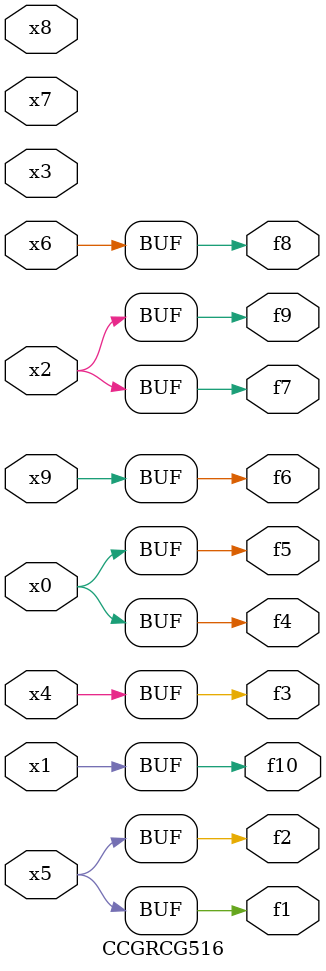
<source format=v>
module CCGRCG516(
	input x0, x1, x2, x3, x4, x5, x6, x7, x8, x9,
	output f1, f2, f3, f4, f5, f6, f7, f8, f9, f10
);
	assign f1 = x5;
	assign f2 = x5;
	assign f3 = x4;
	assign f4 = x0;
	assign f5 = x0;
	assign f6 = x9;
	assign f7 = x2;
	assign f8 = x6;
	assign f9 = x2;
	assign f10 = x1;
endmodule

</source>
